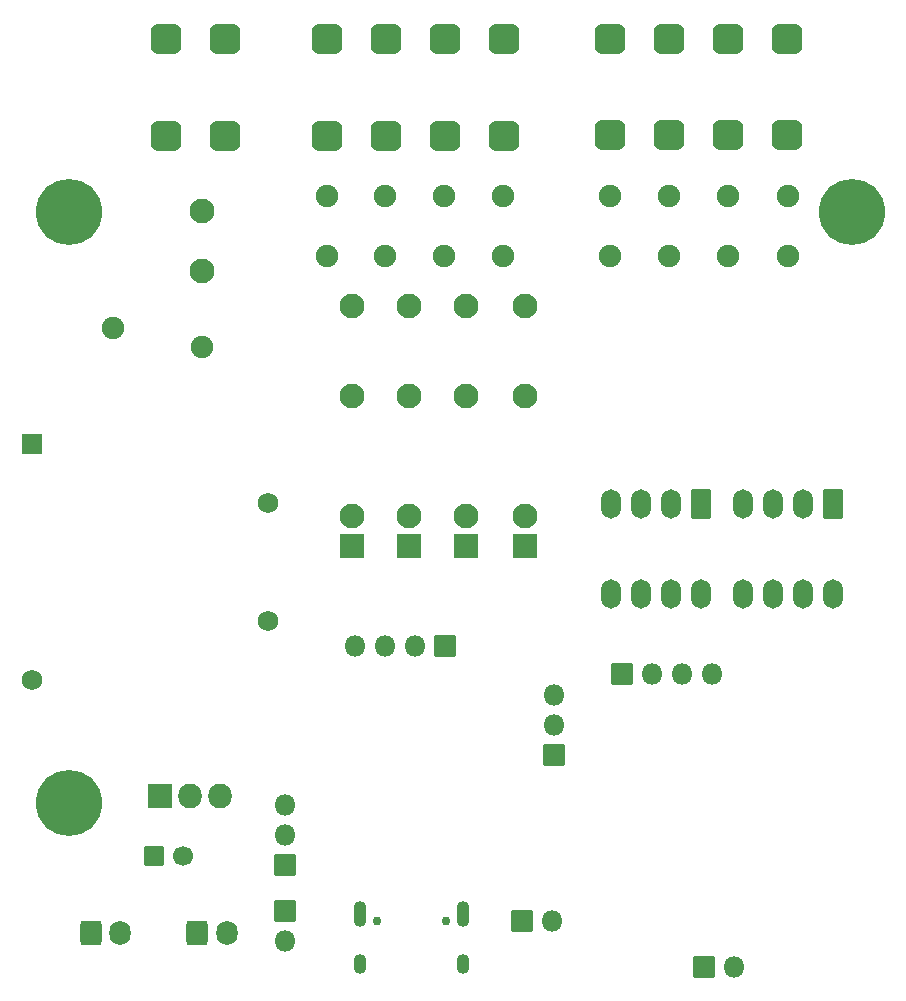
<source format=gbs>
G04 #@! TF.GenerationSoftware,KiCad,Pcbnew,(6.0.7)*
G04 #@! TF.CreationDate,2022-10-04T23:02:12+02:00*
G04 #@! TF.ProjectId,hamodule,68616d6f-6475-46c6-952e-6b696361645f,20221004.21*
G04 #@! TF.SameCoordinates,Original*
G04 #@! TF.FileFunction,Soldermask,Bot*
G04 #@! TF.FilePolarity,Negative*
%FSLAX46Y46*%
G04 Gerber Fmt 4.6, Leading zero omitted, Abs format (unit mm)*
G04 Created by KiCad (PCBNEW (6.0.7)) date 2022-10-04 23:02:12*
%MOMM*%
%LPD*%
G01*
G04 APERTURE LIST*
G04 Aperture macros list*
%AMRoundRect*
0 Rectangle with rounded corners*
0 $1 Rounding radius*
0 $2 $3 $4 $5 $6 $7 $8 $9 X,Y pos of 4 corners*
0 Add a 4 corners polygon primitive as box body*
4,1,4,$2,$3,$4,$5,$6,$7,$8,$9,$2,$3,0*
0 Add four circle primitives for the rounded corners*
1,1,$1+$1,$2,$3*
1,1,$1+$1,$4,$5*
1,1,$1+$1,$6,$7*
1,1,$1+$1,$8,$9*
0 Add four rect primitives between the rounded corners*
20,1,$1+$1,$2,$3,$4,$5,0*
20,1,$1+$1,$4,$5,$6,$7,0*
20,1,$1+$1,$6,$7,$8,$9,0*
20,1,$1+$1,$8,$9,$2,$3,0*%
G04 Aperture macros list end*
%ADD10RoundRect,0.050000X0.850000X-0.850000X0.850000X0.850000X-0.850000X0.850000X-0.850000X-0.850000X0*%
%ADD11O,1.800000X1.800000*%
%ADD12RoundRect,0.675000X0.625000X0.625000X-0.625000X0.625000X-0.625000X-0.625000X0.625000X-0.625000X0*%
%ADD13RoundRect,0.300000X-0.600000X-0.750000X0.600000X-0.750000X0.600000X0.750000X-0.600000X0.750000X0*%
%ADD14O,1.800000X2.100000*%
%ADD15RoundRect,0.050000X0.850000X0.850000X-0.850000X0.850000X-0.850000X-0.850000X0.850000X-0.850000X0*%
%ADD16C,0.750000*%
%ADD17O,1.100000X2.200000*%
%ADD18O,1.100000X1.700000*%
%ADD19RoundRect,0.050000X-0.850000X0.850000X-0.850000X-0.850000X0.850000X-0.850000X0.850000X0.850000X0*%
%ADD20RoundRect,0.050000X-0.850000X-0.850000X0.850000X-0.850000X0.850000X0.850000X-0.850000X0.850000X0*%
%ADD21C,1.900000*%
%ADD22RoundRect,0.050000X-0.825000X-0.825000X0.825000X-0.825000X0.825000X0.825000X-0.825000X0.825000X0*%
%ADD23C,1.750000*%
%ADD24RoundRect,0.050000X-0.952500X-1.000000X0.952500X-1.000000X0.952500X1.000000X-0.952500X1.000000X0*%
%ADD25O,2.005000X2.100000*%
%ADD26C,2.100000*%
%ADD27C,5.600000*%
%ADD28O,1.700000X2.500000*%
%ADD29RoundRect,0.050000X-0.800000X1.200000X-0.800000X-1.200000X0.800000X-1.200000X0.800000X1.200000X0*%
%ADD30RoundRect,0.050000X1.000000X-1.000000X1.000000X1.000000X-1.000000X1.000000X-1.000000X-1.000000X0*%
%ADD31RoundRect,0.050000X-0.800000X-0.800000X0.800000X-0.800000X0.800000X0.800000X-0.800000X0.800000X0*%
%ADD32C,1.700000*%
G04 APERTURE END LIST*
D10*
X76325000Y-109200000D03*
D11*
X78865000Y-109200000D03*
D12*
X51203100Y-42782099D03*
X51203100Y-34582100D03*
X46203100Y-42782099D03*
X46203100Y-34582100D03*
D13*
X39835000Y-110219000D03*
D14*
X42335000Y-110219000D03*
D15*
X79000000Y-95200000D03*
D11*
X79000000Y-92660000D03*
X79000000Y-90120000D03*
D16*
X69866000Y-109205900D03*
X64086000Y-109205900D03*
D17*
X71296000Y-108675900D03*
D18*
X62656000Y-112855900D03*
D17*
X62656000Y-108675900D03*
D18*
X71296000Y-112855900D03*
D19*
X69787000Y-85979000D03*
D11*
X67247000Y-85979000D03*
X64707000Y-85979000D03*
X62167000Y-85979000D03*
D12*
X74849500Y-42758500D03*
X74849500Y-34558501D03*
X69849500Y-42758500D03*
X69849500Y-34558501D03*
X64849500Y-42758500D03*
X64849500Y-34558501D03*
X59849500Y-42758500D03*
X59849500Y-34558501D03*
D20*
X56261500Y-108343700D03*
D11*
X56261500Y-110883700D03*
D21*
X41703800Y-59011450D03*
X49203800Y-60644780D03*
D13*
X48832000Y-110219000D03*
D14*
X51332000Y-110219000D03*
D22*
X34839100Y-68805000D03*
D23*
X34839100Y-88805000D03*
X54839100Y-83805000D03*
X54839100Y-73805000D03*
D24*
X45657000Y-98679000D03*
D25*
X48197000Y-98679000D03*
X50737000Y-98679000D03*
D12*
X98809500Y-42718499D03*
X98809500Y-34518500D03*
X93809500Y-42718499D03*
X93809500Y-34518500D03*
X88809500Y-42718499D03*
X88809500Y-34518500D03*
X83809500Y-42718499D03*
X83809500Y-34518500D03*
D26*
X49249500Y-49088500D03*
X49239500Y-54168500D03*
D27*
X104267500Y-49212500D03*
X37973500Y-49212500D03*
D28*
X91454274Y-81543320D03*
X88914274Y-81543320D03*
X86374274Y-81543320D03*
X83834274Y-81543320D03*
X83834274Y-73923320D03*
X86374274Y-73923320D03*
X88914274Y-73923320D03*
D29*
X91454274Y-73923320D03*
D28*
X102630274Y-81543320D03*
X100090274Y-81543320D03*
X97550274Y-81543320D03*
X95010274Y-81543320D03*
X95010274Y-73923320D03*
X97550274Y-73923320D03*
X100090274Y-73923320D03*
D29*
X102630274Y-73923320D03*
D10*
X84783000Y-88341600D03*
D11*
X87323000Y-88341600D03*
X89863000Y-88341600D03*
X92403000Y-88341600D03*
D10*
X91720000Y-113080000D03*
D11*
X94260000Y-113080000D03*
D15*
X56261500Y-104470200D03*
D11*
X56261500Y-101930200D03*
X56261500Y-99390200D03*
D21*
X88773500Y-52895500D03*
X88773500Y-47815500D03*
X98831900Y-52895500D03*
X98831900Y-47815500D03*
X74690000Y-52959000D03*
X74690000Y-47879000D03*
X93802700Y-52895500D03*
X93802700Y-47815500D03*
D30*
X61976000Y-77470000D03*
D26*
X61976000Y-74930000D03*
X61976000Y-64770000D03*
X61976000Y-57150000D03*
D30*
X66802000Y-77470000D03*
D26*
X66802000Y-74930000D03*
X66802000Y-64770000D03*
X66802000Y-57150000D03*
D21*
X64770000Y-52959000D03*
X64770000Y-47879000D03*
D30*
X76581000Y-77470000D03*
D26*
X76581000Y-74930000D03*
X76581000Y-64770000D03*
X76581000Y-57150000D03*
D30*
X71628000Y-77470000D03*
D26*
X71628000Y-74930000D03*
X71628000Y-64770000D03*
X71628000Y-57150000D03*
D31*
X45149000Y-103759000D03*
D32*
X47649000Y-103759000D03*
D21*
X83795100Y-52895500D03*
X83795100Y-47815500D03*
X59817000Y-52959000D03*
X59817000Y-47879000D03*
D27*
X37973500Y-99212500D03*
D21*
X69690000Y-52959000D03*
X69690000Y-47879000D03*
M02*

</source>
